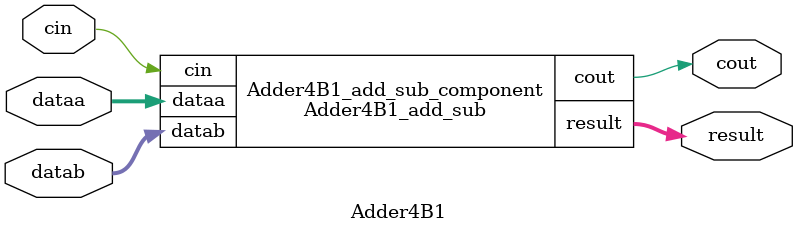
<source format=v>
module Adder4B1_add_sub(	// file.cleaned.mlir:2:3
  input        cin,	// file.cleaned.mlir:2:42
  input  [3:0] dataa,	// file.cleaned.mlir:2:56
               datab,	// file.cleaned.mlir:2:72
  output       cout,	// file.cleaned.mlir:2:89
  output [3:0] result	// file.cleaned.mlir:2:104
);

  wire [5:0] wire_result_int = {1'h0, dataa, cin} + {1'h0, datab, cin};	// file.cleaned.mlir:3:14, :4:10, :5:10, :6:10
  assign cout = wire_result_int[5];	// file.cleaned.mlir:6:10, :8:10, :9:5
  assign result = wire_result_int[4:1];	// file.cleaned.mlir:6:10, :7:10, :9:5
endmodule

module Adder4B1(	// file.cleaned.mlir:11:3
  input        cin,	// file.cleaned.mlir:11:26
  input  [3:0] dataa,	// file.cleaned.mlir:11:40
               datab,	// file.cleaned.mlir:11:56
  output       cout,	// file.cleaned.mlir:11:73
  output [3:0] result	// file.cleaned.mlir:11:88
);

  Adder4B1_add_sub Adder4B1_add_sub_component (	// file.cleaned.mlir:12:76
    .cin    (cin),
    .dataa  (dataa),
    .datab  (datab),
    .cout   (cout),
    .result (result)
  );	// file.cleaned.mlir:12:76
endmodule


</source>
